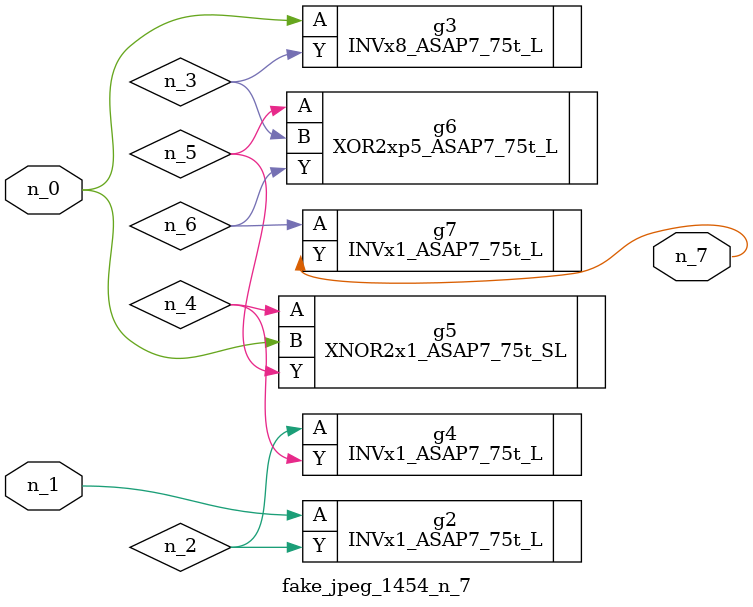
<source format=v>
module fake_jpeg_1454_n_7 (n_0, n_1, n_7);

input n_0;
input n_1;

output n_7;

wire n_2;
wire n_3;
wire n_4;
wire n_6;
wire n_5;

INVx1_ASAP7_75t_L g2 ( 
.A(n_1),
.Y(n_2)
);

INVx8_ASAP7_75t_L g3 ( 
.A(n_0),
.Y(n_3)
);

INVx1_ASAP7_75t_L g4 ( 
.A(n_2),
.Y(n_4)
);

XNOR2x1_ASAP7_75t_SL g5 ( 
.A(n_4),
.B(n_0),
.Y(n_5)
);

XOR2xp5_ASAP7_75t_L g6 ( 
.A(n_5),
.B(n_3),
.Y(n_6)
);

INVx1_ASAP7_75t_L g7 ( 
.A(n_6),
.Y(n_7)
);


endmodule
</source>
